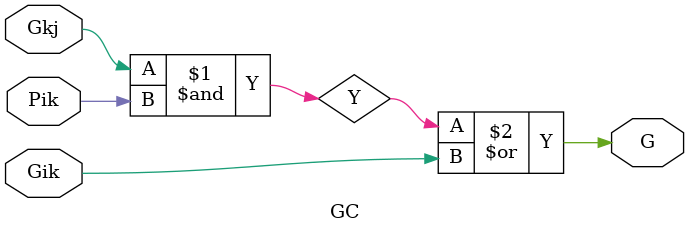
<source format=v>
`timescale 1ns / 1ps
module GC(Gkj, Pik, Gik, G);
//gray cell
input Gkj, Pik, Gik;
output G;
wire Y;
and(Y, Gkj, Pik);
or(G, Y, Gik);
endmodule

</source>
